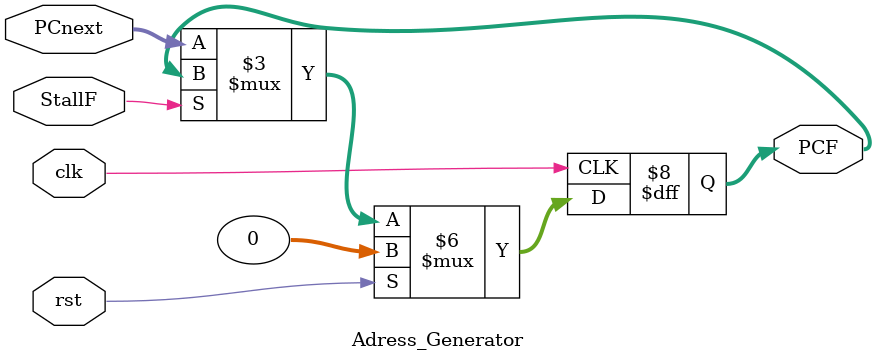
<source format=v>
`timescale 1ns/1ns
module Adress_Generator (
     input rst,clk,StallF,input[31:0]PCnext,
    output reg [31:0] PCF
);
    always @(posedge clk) begin
        if (rst)
            PCF <= 32'd0;
        else if(StallF)
            PCF <= PCF;
        else
            PCF <= PCnext;    
    end 
endmodule

</source>
